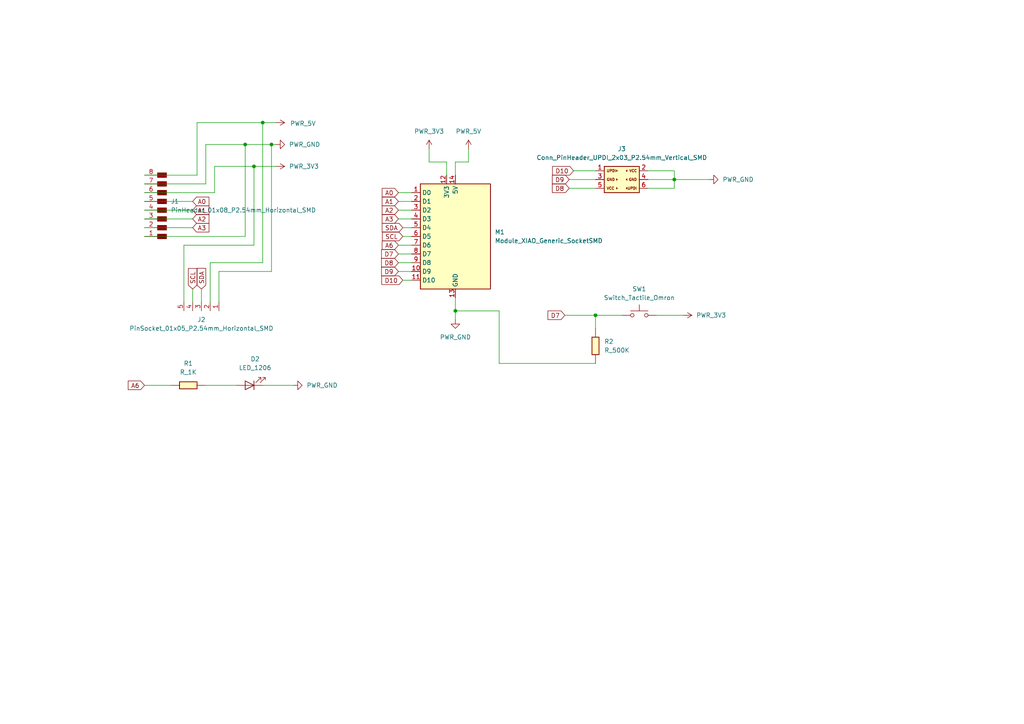
<source format=kicad_sch>
(kicad_sch (version 20250114) (generator "eeschema") (generator_version "9.0")
  (paper "A4")
  (lib_symbols
    (symbol "PCM_fab:Conn_PinHeader_UPDI_2x03_P2.54mm_Vertical_SMD"
      (property "Reference" "J" (at 0 5.08 0))
      (property "Value" "Conn_PinHeader_UPDI_2x03_P2.54mm_Vertical_SMD" (at 0 -5.08 0))
      (symbol "Conn_PinHeader_UPDI_2x03_P2.54mm_Vertical_SMD_0_0"
        (rectangle (start -5.08 3.81) (end 5.08 -3.81) (stroke (width 0.254)) (fill (type background)))
        (polyline (pts (xy -1.27 2.54) (xy -1.524 2.286) (xy -1.524 2.794) (xy -1.27 2.54)) (fill (type outline)))
        (polyline (pts (xy -1.27 0) (xy -1.524 -0.254) (xy -1.524 0.254) (xy -1.27 0)) (fill (type outline)))
        (polyline (pts (xy -1.27 -2.54) (xy -1.524 -2.794) (xy -1.524 -2.286) (xy -1.27 -2.54)) (fill (type outline)))
        (polyline (pts (xy 1.27 2.54) (xy 1.524 2.794) (xy 1.524 2.286) (xy 1.27 2.54)) (fill (type outline)))
        (polyline (pts (xy 1.27 0) (xy 1.524 0.254) (xy 1.524 -0.254) (xy 1.27 0)) (fill (type outline)))
        (polyline (pts (xy 1.27 -2.54) (xy 1.524 -2.286) (xy 1.524 -2.794) (xy 1.27 -2.54)) (fill (type outline)))
        (text "UPDI" (at -4.445 2.54 0) (effects (font (size 0.75 0.75)) (justify left)))
        (text "GND" (at -4.445 0 0) (effects (font (size 0.75 0.75)) (justify left)))
        (text "VCC" (at -4.445 -2.54 0) (effects (font (size 0.75 0.75)) (justify left)))
        (text "VCC" (at 4.445 2.54 0) (effects (font (size 0.75 0.75)) (justify right)))
        (text "GND" (at 4.445 0 0) (effects (font (size 0.75 0.75)) (justify right)))
        (text "UPDI" (at 4.445 -2.54 0) (effects (font (size 0.75 0.75)) (justify right)))
      )
      (symbol "Conn_PinHeader_UPDI_2x03_P2.54mm_Vertical_SMD_1_1"
        (pin passive line (at -7.62 2.54 0) (length 2.54) (name "") (number "1"))
        (pin passive line (at -7.62 0 0) (length 2.54) (name "") (number "3"))
        (pin passive line (at -7.62 -2.54 0) (length 2.54) (name "") (number "5"))
        (pin passive line (at 7.62 2.54 180) (length 2.54) (name "") (number "2"))
        (pin passive line (at 7.62 0 180) (length 2.54) (name "") (number "4"))
        (pin passive line (at 7.62 -2.54 180) (length 2.54) (name "") (number "6"))
      )
    )
    (symbol "PCM_fab:LED_1206" (pin_numbers (hide yes)) (pin_names (offset 1.016) (hide yes))
      (property "Reference" "D" (at 0 2.54 0))
      (property "Value" "LED_1206" (at 0 -2.54 0))
      (symbol "LED_1206_0_1"
        (polyline (pts (xy -3.048 -0.762) (xy -4.572 -2.286) (xy -3.81 -2.286) (xy -4.572 -2.286) (xy -4.572 -1.524)))
        (polyline (pts (xy -1.778 -0.762) (xy -3.302 -2.286) (xy -2.54 -2.286) (xy -3.302 -2.286) (xy -3.302 -1.524)))
        (polyline (pts (xy -1.27 0) (xy 1.27 0)))
        (polyline (pts (xy -1.27 -1.27) (xy -1.27 1.27)) (stroke (width 0.2032)))
        (polyline (pts (xy 1.27 -1.27) (xy 1.27 1.27) (xy -1.27 0) (xy 1.27 -1.27)) (stroke (width 0.2032)))
      )
      (symbol "LED_1206_1_1"
        (pin passive line (at -3.81 0 0) (length 2.54) (name "K") (number "1"))
        (pin passive line (at 3.81 0 180) (length 2.54) (name "A") (number "2"))
      )
    )
    (symbol "PCM_fab:Module_XIAO_Generic_SocketSMD"
      (property "Reference" "M" (at -10.16 16.51 0))
      (property "Value" "Module_XIAO_Generic_SocketSMD" (at 1.27 16.51 0))
      (symbol "Module_XIAO_Generic_SocketSMD_1_1"
        (rectangle (start -10.16 15.24) (end 10.16 -15.24) (stroke (width 0.254)) (fill (type background)))
        (pin bidirectional line (at -12.7 12.7 0) (length 2.54) (name "D0") (number "1"))
        (pin bidirectional line (at -12.7 10.16 0) (length 2.54) (name "D1") (number "2"))
        (pin bidirectional line (at -12.7 7.62 0) (length 2.54) (name "D2") (number "3"))
        (pin bidirectional line (at -12.7 5.08 0) (length 2.54) (name "D3") (number "4"))
        (pin bidirectional line (at -12.7 2.54 0) (length 2.54) (name "D4") (number "5"))
        (pin bidirectional line (at -12.7 0 0) (length 2.54) (name "D5") (number "6"))
        (pin bidirectional line (at -12.7 -2.54 0) (length 2.54) (name "D6") (number "7"))
        (pin bidirectional line (at -12.7 -5.08 0) (length 2.54) (name "D7") (number "8"))
        (pin bidirectional line (at -12.7 -7.62 0) (length 2.54) (name "D8") (number "9"))
        (pin bidirectional line (at -12.7 -10.16 0) (length 2.54) (name "D9") (number "10"))
        (pin bidirectional line (at -12.7 -12.7 0) (length 2.54) (name "D10") (number "11"))
        (pin power_in line (at -2.54 17.78 270) (length 2.54) (name "3V3") (number "12"))
        (pin power_in line (at 0 17.78 270) (length 2.54) (name "5V") (number "14"))
        (pin power_in line (at 0 -17.78 90) (length 2.54) (name "GND") (number "13"))
      )
    )
    (symbol "PCM_fab:PWR_3V3" (power) (pin_names (offset 0))
      (property "Value" "PWR_3V3" (at 0 3.556 0))
      (symbol "PWR_3V3_0_1"
        (polyline (pts (xy -0.762 1.27) (xy 0 2.54)))
        (polyline (pts (xy 0 2.54) (xy 0.762 1.27)))
        (polyline (pts (xy 0 0) (xy 0 2.54)))
      )
      (symbol "PWR_3V3_1_1"
        (pin power_in line (at 0 0 90) (length 0) (hide yes) (name "PWR_3V3") (number "1"))
      )
    )
    (symbol "PCM_fab:PWR_5V" (power) (pin_names (offset 0))
      (property "Value" "PWR_5V" (at 0 3.556 0))
      (symbol "PWR_5V_0_1"
        (polyline (pts (xy -0.762 1.27) (xy 0 2.54)))
        (polyline (pts (xy 0 2.54) (xy 0.762 1.27)))
        (polyline (pts (xy 0 0) (xy 0 2.54)))
      )
      (symbol "PWR_5V_1_1"
        (pin power_in line (at 0 0 90) (length 0) (hide yes) (name "PWR_5V") (number "1"))
      )
    )
    (symbol "PCM_fab:PWR_GND" (power) (pin_names (offset 0))
      (property "Value" "PWR_GND" (at 0 -3.81 0))
      (symbol "PWR_GND_0_1"
        (polyline (pts (xy 0 0) (xy 0 -1.27) (xy 1.27 -1.27) (xy 0 -2.54) (xy -1.27 -1.27) (xy 0 -1.27)))
      )
      (symbol "PWR_GND_1_1"
        (pin power_in line (at 0 0 270) (length 0) (hide yes) (name "PWR_GND") (number "1"))
      )
    )
    (symbol "PCM_fab:PinHeader_01x08_P2.54mm_Horizontal_SMD" (pin_names (hide yes))
      (property "Reference" "J" (at 0 10.16 0))
      (property "Value" "PinHeader_01x08_P2.54mm_Horizontal_SMD" (at 0 -12.7 0))
      (symbol "PinHeader_01x08_P2.54mm_Horizontal_SMD_1_1"
        (rectangle (start -1.27 8.255) (end 1.27 6.985) (stroke (width 0.254)) (fill (type outline)))
        (rectangle (start -1.27 5.715) (end 1.27 4.445) (stroke (width 0.254)) (fill (type outline)))
        (rectangle (start -1.27 3.175) (end 1.27 1.905) (stroke (width 0.254)) (fill (type outline)))
        (rectangle (start -1.27 0.635) (end 1.27 -0.635) (stroke (width 0.254)) (fill (type outline)))
        (rectangle (start -1.27 -1.905) (end 1.27 -3.175) (stroke (width 0.254)) (fill (type outline)))
        (rectangle (start -1.27 -4.445) (end 1.27 -5.715) (stroke (width 0.254)) (fill (type outline)))
        (rectangle (start -1.27 -6.985) (end 1.27 -8.255) (stroke (width 0.254)) (fill (type outline)))
        (rectangle (start -1.27 -9.525) (end 1.27 -10.795) (stroke (width 0.254)) (fill (type outline)))
        (pin passive line (at 5.08 7.62 180) (length 3.81) (name "Pin_1") (number "1"))
        (pin passive line (at 5.08 5.08 180) (length 3.81) (name "Pin_2") (number "2"))
        (pin passive line (at 5.08 2.54 180) (length 3.81) (name "Pin_3") (number "3"))
        (pin passive line (at 5.08 0 180) (length 3.81) (name "Pin_4") (number "4"))
        (pin passive line (at 5.08 -2.54 180) (length 3.81) (name "Pin_5") (number "5"))
        (pin passive line (at 5.08 -5.08 180) (length 3.81) (name "Pin_6") (number "6"))
        (pin passive line (at 5.08 -7.62 180) (length 3.81) (name "Pin_7") (number "7"))
        (pin passive line (at 5.08 -10.16 180) (length 3.81) (name "Pin_8") (number "8"))
      )
    )
    (symbol "PCM_fab:PinSocket_01x05_P2.54mm_Horizontal_SMD"
      (property "Reference" "J" (at 0 8.89 0))
      (property "Value" "PinSocket_01x05_P2.54mm_Horizontal_SMD" (at 0 -7.62 0))
      (symbol "PinSocket_01x05_P2.54mm_Horizontal_SMD_0_0"
        (polyline (pts (xy -2.286 0.254) (xy -2.286 0.254)))
      )
      (symbol "PinSocket_01x05_P2.54mm_Horizontal_SMD_1_1"
        (pin passive line (at -2.54 5.08 0) (length 2.54) (name "") (number "1"))
        (pin passive line (at -2.54 2.54 0) (length 2.54) (name "") (number "2"))
        (pin passive line (at -2.54 0 0) (length 2.54) (name "") (number "3"))
        (pin passive line (at -2.54 -2.54 0) (length 2.54) (name "") (number "4"))
        (pin passive line (at -2.54 -5.08 0) (length 2.54) (name "") (number "5"))
      )
    )
    (symbol "PCM_fab:R_1206" (pin_numbers (hide yes)) (pin_names (offset 0))
      (property "Reference" "R" (at 2.54 0 90))
      (property "Value" "R_1206" (at -2.54 0 90))
      (symbol "R_1206_0_1"
        (rectangle (start -1.016 -2.54) (end 1.016 2.54) (stroke (width 0.254)) (fill (type background)))
      )
      (symbol "R_1206_1_1"
        (pin passive line (at 0 5.08 270) (length 2.54) (name "~") (number "1"))
        (pin passive line (at 0 -5.08 90) (length 2.54) (name "~") (number "2"))
      )
    )
    (symbol "PCM_fab:Switch_Tactile_Omron" (pin_numbers (hide yes)) (pin_names (offset 1.016) (hide yes))
      (property "Reference" "SW" (at 1.27 2.54 0))
      (property "Value" "Switch_Tactile_Omron" (at 0 -1.524 0))
      (symbol "Switch_Tactile_Omron_0_1"
        (circle (center -2.032 0) (radius 0.508))
        (polyline (pts (xy 0 1.27) (xy 0 3.048)))
        (circle (center 2.032 0) (radius 0.508))
        (polyline (pts (xy 2.54 1.27) (xy -2.54 1.27)))
        (pin passive line (at -5.08 0 0) (length 2.54) (name "1") (number "1"))
        (pin passive line (at 5.08 0 180) (length 2.54) (name "2") (number "2"))
      )
    )
  )
  (junction (at 132.08 90.17))
  (junction (at 76.2 35.56))
  (junction (at 73.66 48.26))
  (junction (at 78.74 41.91))
  (junction (at 195.58 52.07))
  (junction (at 172.72 91.44))
  (junction (at 71.12 41.91))
  (wire (pts (xy 135.89 46.99) (xy 135.89 43.18)))
  (wire (pts (xy 62.23 48.26) (xy 73.66 48.26)))
  (wire (pts (xy 163.83 91.44) (xy 172.72 91.44)))
  (wire (pts (xy 63.5 78.74) (xy 78.74 78.74)))
  (wire (pts (xy 76.2 76.2) (xy 76.2 35.56)))
  (wire (pts (xy 60.96 76.2) (xy 76.2 76.2)))
  (wire (pts (xy 41.91 63.5) (xy 55.88 63.5)))
  (wire (pts (xy 115.57 58.42) (xy 119.38 58.42)))
  (wire (pts (xy 58.42 83.82) (xy 58.42 87.63)))
  (wire (pts (xy 41.91 111.76) (xy 49.53 111.76)))
  (wire (pts (xy 41.91 55.88) (xy 62.23 55.88)))
  (wire (pts (xy 129.54 50.8) (xy 129.54 46.99)))
  (wire (pts (xy 172.72 105.41) (xy 144.78 105.41)))
  (wire (pts (xy 59.69 41.91) (xy 71.12 41.91)))
  (wire (pts (xy 115.57 76.2) (xy 119.38 76.2)))
  (wire (pts (xy 115.57 63.5) (xy 119.38 63.5)))
  (wire (pts (xy 195.58 49.53) (xy 195.58 52.07)))
  (wire (pts (xy 73.66 71.12) (xy 73.66 48.26)))
  (wire (pts (xy 165.1 52.07) (xy 172.72 52.07)))
  (wire (pts (xy 172.72 95.25) (xy 172.72 91.44)))
  (wire (pts (xy 115.57 55.88) (xy 119.38 55.88)))
  (wire (pts (xy 57.15 35.56) (xy 76.2 35.56)))
  (wire (pts (xy 116.84 66.04) (xy 119.38 66.04)))
  (wire (pts (xy 57.15 50.8) (xy 57.15 35.56)))
  (wire (pts (xy 71.12 68.58) (xy 71.12 41.91)))
  (wire (pts (xy 132.08 50.8) (xy 132.08 46.99)))
  (wire (pts (xy 41.91 66.04) (xy 55.88 66.04)))
  (wire (pts (xy 165.1 54.61) (xy 172.72 54.61)))
  (wire (pts (xy 41.91 60.96) (xy 55.88 60.96)))
  (wire (pts (xy 115.57 78.74) (xy 119.38 78.74)))
  (wire (pts (xy 78.74 78.74) (xy 78.74 41.91)))
  (wire (pts (xy 59.69 111.76) (xy 68.58 111.76)))
  (wire (pts (xy 144.78 105.41) (xy 144.78 90.17)))
  (wire (pts (xy 59.69 53.34) (xy 59.69 41.91)))
  (wire (pts (xy 41.91 53.34) (xy 59.69 53.34)))
  (wire (pts (xy 60.96 87.63) (xy 60.96 76.2)))
  (wire (pts (xy 115.57 60.96) (xy 119.38 60.96)))
  (wire (pts (xy 116.84 81.28) (xy 119.38 81.28)))
  (wire (pts (xy 166.37 49.53) (xy 172.72 49.53)))
  (wire (pts (xy 78.74 41.91) (xy 80.01 41.91)))
  (wire (pts (xy 187.96 49.53) (xy 195.58 49.53)))
  (wire (pts (xy 55.88 83.82) (xy 55.88 87.63)))
  (wire (pts (xy 41.91 58.42) (xy 55.88 58.42)))
  (wire (pts (xy 172.72 91.44) (xy 180.34 91.44)))
  (wire (pts (xy 129.54 46.99) (xy 124.46 46.99)))
  (wire (pts (xy 190.5 91.44) (xy 198.12 91.44)))
  (wire (pts (xy 187.96 54.61) (xy 195.58 54.61)))
  (wire (pts (xy 115.57 71.12) (xy 119.38 71.12)))
  (wire (pts (xy 116.84 68.58) (xy 119.38 68.58)))
  (wire (pts (xy 124.46 46.99) (xy 124.46 43.18)))
  (wire (pts (xy 71.12 41.91) (xy 78.74 41.91)))
  (wire (pts (xy 132.08 46.99) (xy 135.89 46.99)))
  (wire (pts (xy 63.5 87.63) (xy 63.5 78.74)))
  (wire (pts (xy 41.91 68.58) (xy 71.12 68.58)))
  (wire (pts (xy 187.96 52.07) (xy 195.58 52.07)))
  (wire (pts (xy 132.08 90.17) (xy 144.78 90.17)))
  (wire (pts (xy 53.34 87.63) (xy 53.34 71.12)))
  (wire (pts (xy 132.08 86.36) (xy 132.08 90.17)))
  (wire (pts (xy 115.57 73.66) (xy 119.38 73.66)))
  (wire (pts (xy 76.2 111.76) (xy 85.09 111.76)))
  (wire (pts (xy 41.91 50.8) (xy 57.15 50.8)))
  (wire (pts (xy 53.34 71.12) (xy 73.66 71.12)))
  (wire (pts (xy 73.66 48.26) (xy 80.01 48.26)))
  (wire (pts (xy 132.08 90.17) (xy 132.08 92.71)))
  (wire (pts (xy 62.23 55.88) (xy 62.23 48.26)))
  (wire (pts (xy 76.2 35.56) (xy 80.01 35.56)))
  (wire (pts (xy 195.58 54.61) (xy 195.58 52.07)))
  (wire (pts (xy 195.58 52.07) (xy 205.74 52.07)))
  (global_label "D7" (shape input) (at 163.83 91.44 180) (property "Intersheetrefs" "${INTERSHEET_REFS}" (effects (hide yes))))
  (global_label "D7" (shape input) (at 115.57 73.66 180) (property "Intersheetrefs" "${INTERSHEET_REFS}" (effects (hide yes))))
  (global_label "A1" (shape input) (at 115.57 58.42 180) (property "Intersheetrefs" "${INTERSHEET_REFS}" (effects (hide yes))))
  (global_label "D8" (shape input) (at 165.1 54.61 180) (property "Intersheetrefs" "${INTERSHEET_REFS}" (effects (hide yes))))
  (global_label "A1" (shape input) (at 55.88 60.96 0) (property "Intersheetrefs" "${INTERSHEET_REFS}" (effects (hide yes))))
  (global_label "SDA" (shape input) (at 116.84 66.04 180) (property "Intersheetrefs" "${INTERSHEET_REFS}" (effects (hide yes))))
  (global_label "D9" (shape input) (at 165.1 52.07 180) (property "Intersheetrefs" "${INTERSHEET_REFS}" (effects (hide yes))))
  (global_label "A2" (shape input) (at 115.57 60.96 180) (property "Intersheetrefs" "${INTERSHEET_REFS}" (effects (hide yes))))
  (global_label "D10" (shape input) (at 166.37 49.53 180) (property "Intersheetrefs" "${INTERSHEET_REFS}" (effects (hide yes))))
  (global_label "A3" (shape input) (at 55.88 66.04 0) (property "Intersheetrefs" "${INTERSHEET_REFS}" (effects (hide yes))))
  (global_label "SDA" (shape input) (at 58.42 83.82 90) (property "Intersheetrefs" "${INTERSHEET_REFS}" (effects (hide yes))))
  (global_label "A2" (shape input) (at 55.88 63.5 0) (property "Intersheetrefs" "${INTERSHEET_REFS}" (effects (hide yes))))
  (global_label "A6" (shape input) (at 115.57 71.12 180) (property "Intersheetrefs" "${INTERSHEET_REFS}" (effects (hide yes))))
  (global_label "SCL" (shape input) (at 116.84 68.58 180) (property "Intersheetrefs" "${INTERSHEET_REFS}" (effects (hide yes))))
  (global_label "A3" (shape input) (at 115.57 63.5 180) (property "Intersheetrefs" "${INTERSHEET_REFS}" (effects (hide yes))))
  (global_label "D10" (shape input) (at 116.84 81.28 180) (property "Intersheetrefs" "${INTERSHEET_REFS}" (effects (hide yes))))
  (global_label "A0" (shape input) (at 55.88 58.42 0) (property "Intersheetrefs" "${INTERSHEET_REFS}" (effects (hide yes))))
  (global_label "SCL" (shape input) (at 55.88 83.82 90) (property "Intersheetrefs" "${INTERSHEET_REFS}" (effects (hide yes))))
  (global_label "D8" (shape input) (at 115.57 76.2 180) (property "Intersheetrefs" "${INTERSHEET_REFS}" (effects (hide yes))))
  (global_label "A6" (shape input) (at 41.91 111.76 180) (property "Intersheetrefs" "${INTERSHEET_REFS}" (effects (hide yes))))
  (global_label "D9" (shape input) (at 115.57 78.74 180) (property "Intersheetrefs" "${INTERSHEET_REFS}" (effects (hide yes))))
  (global_label "A0" (shape input) (at 115.57 55.88 180) (property "Intersheetrefs" "${INTERSHEET_REFS}" (effects (hide yes))))
  (symbol (lib_id "PCM_fab:PWR_3V3") (at 80.01 48.26 270) (unit 1)
    (property "Reference" "#PWR05" (effects (hide yes)))
    (property "Value" "PWR_3V3" (at 83.82 48.2599 90) (effects (justify left)))
    (property "Description" "Power symbol creates a global label with name \"+3V3\"" (effects (hide yes)))
  )
  (symbol (lib_id "PCM_fab:Conn_PinHeader_UPDI_2x03_P2.54mm_Vertical_SMD") (at 180.34 52.07 0) (unit 1)
    (property "Reference" "J3" (at 180.34 43.18 0))
    (property "Value" "Conn_PinHeader_UPDI_2x03_P2.54mm_Vertical_SMD" (at 180.34 45.72 0))
    (property "Footprint" "PCM_fab:PinHeader_02x03_P2.54mm_Vertical_SMD" (effects (hide yes)))
    (property "Datasheet" "https://cdn.amphenol-icc.com/media/wysiwyg/files/drawing/95278.pdf" (effects (hide yes)))
    (property "Description" "Connector Header Surface Mount 6 position 0.100\" (2.54mm) Fab UPDI connector standard 2022" (effects (hide yes)))
  )
  (symbol (lib_id "PCM_fab:PinHeader_01x08_P2.54mm_Horizontal_SMD") (at 46.99 60.96 180) (unit 1)
    (property "Reference" "J1" (at 49.53 58.4199 0) (effects (justify right)))
    (property "Value" "PinHeader_01x08_P2.54mm_Horizontal_SMD" (at 49.53 60.9599 0) (effects (justify right)))
    (property "Footprint" "PCM_fab:PinHeader_01x08_P2.54mm_Horizontal_SMD" (effects (hide yes)))
    (property "Description" "Male connector, single row" (effects (hide yes)))
  )
  (symbol (lib_id "PCM_fab:PWR_3V3") (at 198.12 91.44 270) (unit 1)
    (property "Reference" "#PWR08" (effects (hide yes)))
    (property "Value" "PWR_3V3" (at 201.93 91.4399 90) (effects (justify left)))
    (property "Description" "Power symbol creates a global label with name \"+3V3\"" (effects (hide yes)))
  )
  (symbol (lib_id "PCM_fab:PWR_5V") (at 135.89 43.18 0) (unit 1)
    (property "Reference" "#PWR01" (effects (hide yes)))
    (property "Value" "PWR_5V" (at 135.89 38.1 0))
    (property "Description" "Power symbol creates a global label with name \"+5V\"" (effects (hide yes)))
  )
  (symbol (lib_id "PCM_fab:PWR_5V") (at 80.01 35.56 270) (unit 1)
    (property "Reference" "#PWR04" (effects (hide yes)))
    (property "Value" "PWR_5V" (at 87.884 35.814 90))
    (property "Description" "Power symbol creates a global label with name \"+5V\"" (effects (hide yes)))
  )
  (symbol (lib_id "PCM_fab:PWR_3V3") (at 124.46 43.18 0) (unit 1)
    (property "Reference" "#PWR02" (effects (hide yes)))
    (property "Value" "PWR_3V3" (at 124.46 38.1 0))
    (property "Description" "Power symbol creates a global label with name \"+3V3\"" (effects (hide yes)))
  )
  (symbol (lib_id "PCM_fab:LED_1206") (at 72.39 111.76 180) (unit 1)
    (property "Reference" "D2" (at 73.9902 104.14 0))
    (property "Value" "LED_1206" (at 73.9902 106.68 0))
    (property "Footprint" "PCM_fab:LED_1206" (effects (hide yes)))
    (property "Datasheet" "https://optoelectronics.liteon.com/upload/download/DS-22-98-0002/LTST-C150CKT.pdf" (effects (hide yes)))
    (property "Description" "Light emitting diode, Lite-On Inc. LTST, SMD" (effects (hide yes)))
  )
  (symbol (lib_id "PCM_fab:PinSocket_01x05_P2.54mm_Horizontal_SMD") (at 58.42 90.17 270) (unit 1)
    (property "Reference" "J2" (at 58.42 92.71 90))
    (property "Value" "PinSocket_01x05_P2.54mm_Horizontal_SMD" (at 58.42 95.25 90))
    (property "Footprint" "PCM_fab:PinSocket_01x05_P2.54mm_Horizontal_SMD" (effects (hide yes)))
    (property "Datasheet" "https://gct.co/files/specs/2.54mm-socket-spec.pdf" (effects (hide yes)))
    (property "Description" "Horizontal SMD 2.54mm pitch pin socket connector" (effects (hide yes)))
  )
  (symbol (lib_id "PCM_fab:PWR_GND") (at 85.09 111.76 90) (unit 1)
    (property "Reference" "#PWR07" (effects (hide yes)))
    (property "Value" "PWR_GND" (at 88.9 111.7599 90) (effects (justify right)))
    (property "Description" "Power symbol creates a global label with name \"GND\" , ground" (effects (hide yes)))
  )
  (symbol (lib_id "PCM_fab:R_1206") (at 54.61 111.76 90) (unit 1)
    (property "Reference" "R1" (at 54.61 105.41 90))
    (property "Value" "R_1K" (at 54.61 107.95 90))
    (property "Footprint" "PCM_fab:R_1206" (effects (hide yes)))
    (property "Description" "Resistor" (effects (hide yes)))
  )
  (symbol (lib_id "PCM_fab:PWR_GND") (at 132.08 92.71 0) (unit 1)
    (property "Reference" "#PWR03" (effects (hide yes)))
    (property "Value" "PWR_GND" (at 132.08 97.79 0))
    (property "Description" "Power symbol creates a global label with name \"GND\" , ground" (effects (hide yes)))
  )
  (symbol (lib_id "PCM_fab:Module_XIAO_Generic_SocketSMD") (at 132.08 68.58 0) (unit 1)
    (property "Reference" "M1" (at 143.51 67.3099 0) (effects (justify left)))
    (property "Value" "Module_XIAO_Generic_SocketSMD" (at 143.51 69.8499 0) (effects (justify left)))
    (property "Footprint" "PCM_fab:Module_XIAO_Generic_SocketSMD" (effects (hide yes)))
    (property "Datasheet" "https://wiki.seeedstudio.com/xiao_topic_page/" (effects (hide yes)))
    (property "Description" "The Seeed Studio XIAO series, named after the Chinese word for \"small,\" comprises tiny development boards based on various hardware platforms of ESP32, SAMD21, RP2040, nRF52840, RP2350 and RA4M1, MG24" (effects (hide yes)))
  )
  (symbol (lib_id "PCM_fab:PWR_GND") (at 80.01 41.91 90) (unit 1)
    (property "Reference" "#PWR06" (effects (hide yes)))
    (property "Value" "PWR_GND" (at 83.82 41.9099 90) (effects (justify right)))
    (property "Description" "Power symbol creates a global label with name \"GND\" , ground" (effects (hide yes)))
  )
  (symbol (lib_id "PCM_fab:PWR_GND") (at 205.74 52.07 90) (unit 1)
    (property "Reference" "#PWR09" (effects (hide yes)))
    (property "Value" "PWR_GND" (at 209.55 52.0699 90) (effects (justify right)))
    (property "Description" "Power symbol creates a global label with name \"GND\" , ground" (effects (hide yes)))
  )
  (symbol (lib_id "PCM_fab:R_1206") (at 172.72 100.33 0) (unit 1)
    (property "Reference" "R2" (at 175.26 99.0599 0) (effects (justify left)))
    (property "Value" "R_500K" (at 175.26 101.5999 0) (effects (justify left)))
    (property "Footprint" "PCM_fab:R_1206" (effects (hide yes)))
    (property "Description" "Resistor" (effects (hide yes)))
  )
  (symbol (lib_id "PCM_fab:Switch_Tactile_Omron") (at 185.42 91.44 0) (unit 1)
    (property "Reference" "SW1" (at 185.42 83.82 0))
    (property "Value" "Switch_Tactile_Omron" (at 185.42 86.36 0))
    (property "Footprint" "PCM_fab:Button_Omron_B3SN_6.0x6.0mm" (effects (hide yes)))
    (property "Datasheet" "https://omronfs.omron.com/en_US/ecb/products/pdf/en-b3sn.pdf" (effects (hide yes)))
    (property "Description" "Push button switch, Omron, B3SN, Sealed Tactile Switch (SMT), SPST-NO Top Actuated Surface Mount" (effects (hide yes)))
  )
)
</source>
